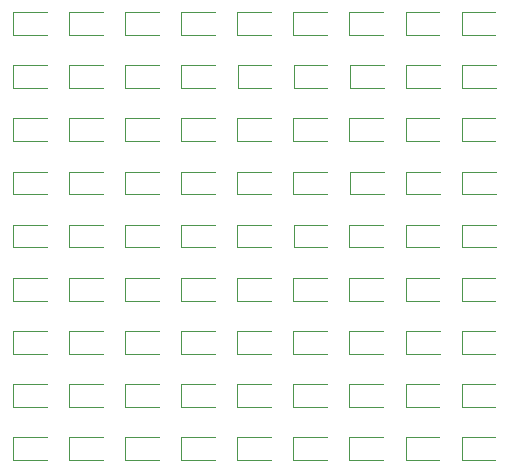
<source format=gbr>
%TF.GenerationSoftware,KiCad,Pcbnew,5.1.6*%
%TF.CreationDate,2020-08-20T19:30:15+02:00*%
%TF.ProjectId,UniBadge-9x9,556e6942-6164-4676-952d-3978392e6b69,rev?*%
%TF.SameCoordinates,Original*%
%TF.FileFunction,Legend,Top*%
%TF.FilePolarity,Positive*%
%FSLAX46Y46*%
G04 Gerber Fmt 4.6, Leading zero omitted, Abs format (unit mm)*
G04 Created by KiCad (PCBNEW 5.1.6) date 2020-08-20 19:30:15*
%MOMM*%
%LPD*%
G01*
G04 APERTURE LIST*
%ADD10C,0.120000*%
G04 APERTURE END LIST*
D10*
%TO.C,D15*%
X27665000Y-16210000D02*
X30525000Y-16210000D01*
X27665000Y-14290000D02*
X27665000Y-16210000D01*
X30525000Y-14290000D02*
X27665000Y-14290000D01*
%TO.C,D81*%
X41890000Y-47710000D02*
X44750000Y-47710000D01*
X41890000Y-45790000D02*
X41890000Y-47710000D01*
X44750000Y-45790000D02*
X41890000Y-45790000D01*
%TO.C,D80*%
X37140000Y-47710000D02*
X40000000Y-47710000D01*
X37140000Y-45790000D02*
X37140000Y-47710000D01*
X40000000Y-45790000D02*
X37140000Y-45790000D01*
%TO.C,D79*%
X32390000Y-47710000D02*
X35250000Y-47710000D01*
X32390000Y-45790000D02*
X32390000Y-47710000D01*
X35250000Y-45790000D02*
X32390000Y-45790000D01*
%TO.C,D78*%
X27640000Y-47710000D02*
X30500000Y-47710000D01*
X27640000Y-45790000D02*
X27640000Y-47710000D01*
X30500000Y-45790000D02*
X27640000Y-45790000D01*
%TO.C,D77*%
X22890000Y-47710000D02*
X25750000Y-47710000D01*
X22890000Y-45790000D02*
X22890000Y-47710000D01*
X25750000Y-45790000D02*
X22890000Y-45790000D01*
%TO.C,D76*%
X18140000Y-47710000D02*
X21000000Y-47710000D01*
X18140000Y-45790000D02*
X18140000Y-47710000D01*
X21000000Y-45790000D02*
X18140000Y-45790000D01*
%TO.C,D75*%
X13390000Y-47710000D02*
X16250000Y-47710000D01*
X13390000Y-45790000D02*
X13390000Y-47710000D01*
X16250000Y-45790000D02*
X13390000Y-45790000D01*
%TO.C,D74*%
X8640000Y-47710000D02*
X11500000Y-47710000D01*
X8640000Y-45790000D02*
X8640000Y-47710000D01*
X11500000Y-45790000D02*
X8640000Y-45790000D01*
%TO.C,D73*%
X3890000Y-47710000D02*
X6750000Y-47710000D01*
X3890000Y-45790000D02*
X3890000Y-47710000D01*
X6750000Y-45790000D02*
X3890000Y-45790000D01*
%TO.C,D72*%
X41890000Y-43210000D02*
X44750000Y-43210000D01*
X41890000Y-41290000D02*
X41890000Y-43210000D01*
X44750000Y-41290000D02*
X41890000Y-41290000D01*
%TO.C,D71*%
X37140000Y-43210000D02*
X40000000Y-43210000D01*
X37140000Y-41290000D02*
X37140000Y-43210000D01*
X40000000Y-41290000D02*
X37140000Y-41290000D01*
%TO.C,D70*%
X32390000Y-43210000D02*
X35250000Y-43210000D01*
X32390000Y-41290000D02*
X32390000Y-43210000D01*
X35250000Y-41290000D02*
X32390000Y-41290000D01*
%TO.C,D69*%
X27640000Y-43210000D02*
X30500000Y-43210000D01*
X27640000Y-41290000D02*
X27640000Y-43210000D01*
X30500000Y-41290000D02*
X27640000Y-41290000D01*
%TO.C,D68*%
X22890000Y-43210000D02*
X25750000Y-43210000D01*
X22890000Y-41290000D02*
X22890000Y-43210000D01*
X25750000Y-41290000D02*
X22890000Y-41290000D01*
%TO.C,D67*%
X18140000Y-43210000D02*
X21000000Y-43210000D01*
X18140000Y-41290000D02*
X18140000Y-43210000D01*
X21000000Y-41290000D02*
X18140000Y-41290000D01*
%TO.C,D66*%
X13390000Y-43210000D02*
X16250000Y-43210000D01*
X13390000Y-41290000D02*
X13390000Y-43210000D01*
X16250000Y-41290000D02*
X13390000Y-41290000D01*
%TO.C,D65*%
X8640000Y-43210000D02*
X11500000Y-43210000D01*
X8640000Y-41290000D02*
X8640000Y-43210000D01*
X11500000Y-41290000D02*
X8640000Y-41290000D01*
%TO.C,D64*%
X3890000Y-43210000D02*
X6750000Y-43210000D01*
X3890000Y-41290000D02*
X3890000Y-43210000D01*
X6750000Y-41290000D02*
X3890000Y-41290000D01*
%TO.C,D63*%
X41890000Y-38710000D02*
X44750000Y-38710000D01*
X41890000Y-36790000D02*
X41890000Y-38710000D01*
X44750000Y-36790000D02*
X41890000Y-36790000D01*
%TO.C,D62*%
X37165000Y-38710000D02*
X40025000Y-38710000D01*
X37165000Y-36790000D02*
X37165000Y-38710000D01*
X40025000Y-36790000D02*
X37165000Y-36790000D01*
%TO.C,D61*%
X32390000Y-38710000D02*
X35250000Y-38710000D01*
X32390000Y-36790000D02*
X32390000Y-38710000D01*
X35250000Y-36790000D02*
X32390000Y-36790000D01*
%TO.C,D60*%
X27640000Y-38710000D02*
X30500000Y-38710000D01*
X27640000Y-36790000D02*
X27640000Y-38710000D01*
X30500000Y-36790000D02*
X27640000Y-36790000D01*
%TO.C,D59*%
X22890000Y-38710000D02*
X25750000Y-38710000D01*
X22890000Y-36790000D02*
X22890000Y-38710000D01*
X25750000Y-36790000D02*
X22890000Y-36790000D01*
%TO.C,D58*%
X18140000Y-38710000D02*
X21000000Y-38710000D01*
X18140000Y-36790000D02*
X18140000Y-38710000D01*
X21000000Y-36790000D02*
X18140000Y-36790000D01*
%TO.C,D57*%
X13390000Y-38710000D02*
X16250000Y-38710000D01*
X13390000Y-36790000D02*
X13390000Y-38710000D01*
X16250000Y-36790000D02*
X13390000Y-36790000D01*
%TO.C,D56*%
X8640000Y-38710000D02*
X11500000Y-38710000D01*
X8640000Y-36790000D02*
X8640000Y-38710000D01*
X11500000Y-36790000D02*
X8640000Y-36790000D01*
%TO.C,D55*%
X3890000Y-38710000D02*
X6750000Y-38710000D01*
X3890000Y-36790000D02*
X3890000Y-38710000D01*
X6750000Y-36790000D02*
X3890000Y-36790000D01*
%TO.C,D54*%
X41890000Y-34210000D02*
X44750000Y-34210000D01*
X41890000Y-32290000D02*
X41890000Y-34210000D01*
X44750000Y-32290000D02*
X41890000Y-32290000D01*
%TO.C,D53*%
X37140000Y-34210000D02*
X40000000Y-34210000D01*
X37140000Y-32290000D02*
X37140000Y-34210000D01*
X40000000Y-32290000D02*
X37140000Y-32290000D01*
%TO.C,D52*%
X32390000Y-34210000D02*
X35250000Y-34210000D01*
X32390000Y-32290000D02*
X32390000Y-34210000D01*
X35250000Y-32290000D02*
X32390000Y-32290000D01*
%TO.C,D51*%
X27640000Y-34210000D02*
X30500000Y-34210000D01*
X27640000Y-32290000D02*
X27640000Y-34210000D01*
X30500000Y-32290000D02*
X27640000Y-32290000D01*
%TO.C,D50*%
X22890000Y-34210000D02*
X25750000Y-34210000D01*
X22890000Y-32290000D02*
X22890000Y-34210000D01*
X25750000Y-32290000D02*
X22890000Y-32290000D01*
%TO.C,D49*%
X18140000Y-34210000D02*
X21000000Y-34210000D01*
X18140000Y-32290000D02*
X18140000Y-34210000D01*
X21000000Y-32290000D02*
X18140000Y-32290000D01*
%TO.C,D48*%
X13390000Y-34210000D02*
X16250000Y-34210000D01*
X13390000Y-32290000D02*
X13390000Y-34210000D01*
X16250000Y-32290000D02*
X13390000Y-32290000D01*
%TO.C,D47*%
X8640000Y-34210000D02*
X11500000Y-34210000D01*
X8640000Y-32290000D02*
X8640000Y-34210000D01*
X11500000Y-32290000D02*
X8640000Y-32290000D01*
%TO.C,D46*%
X3890000Y-34210000D02*
X6750000Y-34210000D01*
X3890000Y-32290000D02*
X3890000Y-34210000D01*
X6750000Y-32290000D02*
X3890000Y-32290000D01*
%TO.C,D45*%
X41915000Y-29710000D02*
X44775000Y-29710000D01*
X41915000Y-27790000D02*
X41915000Y-29710000D01*
X44775000Y-27790000D02*
X41915000Y-27790000D01*
%TO.C,D44*%
X37140000Y-29710000D02*
X40000000Y-29710000D01*
X37140000Y-27790000D02*
X37140000Y-29710000D01*
X40000000Y-27790000D02*
X37140000Y-27790000D01*
%TO.C,D43*%
X32390000Y-29710000D02*
X35250000Y-29710000D01*
X32390000Y-27790000D02*
X32390000Y-29710000D01*
X35250000Y-27790000D02*
X32390000Y-27790000D01*
%TO.C,D42*%
X27665000Y-29710000D02*
X30525000Y-29710000D01*
X27665000Y-27790000D02*
X27665000Y-29710000D01*
X30525000Y-27790000D02*
X27665000Y-27790000D01*
%TO.C,D41*%
X22890000Y-29710000D02*
X25750000Y-29710000D01*
X22890000Y-27790000D02*
X22890000Y-29710000D01*
X25750000Y-27790000D02*
X22890000Y-27790000D01*
%TO.C,D40*%
X18165000Y-29710000D02*
X21025000Y-29710000D01*
X18165000Y-27790000D02*
X18165000Y-29710000D01*
X21025000Y-27790000D02*
X18165000Y-27790000D01*
%TO.C,D39*%
X13415000Y-29710000D02*
X16275000Y-29710000D01*
X13415000Y-27790000D02*
X13415000Y-29710000D01*
X16275000Y-27790000D02*
X13415000Y-27790000D01*
%TO.C,D38*%
X8635000Y-29710000D02*
X11495000Y-29710000D01*
X8635000Y-27790000D02*
X8635000Y-29710000D01*
X11495000Y-27790000D02*
X8635000Y-27790000D01*
%TO.C,D37*%
X3915000Y-29710000D02*
X6775000Y-29710000D01*
X3915000Y-27790000D02*
X3915000Y-29710000D01*
X6775000Y-27790000D02*
X3915000Y-27790000D01*
%TO.C,D36*%
X41915000Y-25210000D02*
X44775000Y-25210000D01*
X41915000Y-23290000D02*
X41915000Y-25210000D01*
X44775000Y-23290000D02*
X41915000Y-23290000D01*
%TO.C,D35*%
X37165000Y-25210000D02*
X40025000Y-25210000D01*
X37165000Y-23290000D02*
X37165000Y-25210000D01*
X40025000Y-23290000D02*
X37165000Y-23290000D01*
%TO.C,D34*%
X32415000Y-25210000D02*
X35275000Y-25210000D01*
X32415000Y-23290000D02*
X32415000Y-25210000D01*
X35275000Y-23290000D02*
X32415000Y-23290000D01*
%TO.C,D33*%
X27640000Y-25210000D02*
X30500000Y-25210000D01*
X27640000Y-23290000D02*
X27640000Y-25210000D01*
X30500000Y-23290000D02*
X27640000Y-23290000D01*
%TO.C,D32*%
X22890000Y-25210000D02*
X25750000Y-25210000D01*
X22890000Y-23290000D02*
X22890000Y-25210000D01*
X25750000Y-23290000D02*
X22890000Y-23290000D01*
%TO.C,D31*%
X18140000Y-25210000D02*
X21000000Y-25210000D01*
X18140000Y-23290000D02*
X18140000Y-25210000D01*
X21000000Y-23290000D02*
X18140000Y-23290000D01*
%TO.C,D30*%
X13390000Y-25210000D02*
X16250000Y-25210000D01*
X13390000Y-23290000D02*
X13390000Y-25210000D01*
X16250000Y-23290000D02*
X13390000Y-23290000D01*
%TO.C,D29*%
X8640000Y-25210000D02*
X11500000Y-25210000D01*
X8640000Y-23290000D02*
X8640000Y-25210000D01*
X11500000Y-23290000D02*
X8640000Y-23290000D01*
%TO.C,D28*%
X3890000Y-25210000D02*
X6750000Y-25210000D01*
X3890000Y-23290000D02*
X3890000Y-25210000D01*
X6750000Y-23290000D02*
X3890000Y-23290000D01*
%TO.C,D27*%
X41890000Y-20710000D02*
X44750000Y-20710000D01*
X41890000Y-18790000D02*
X41890000Y-20710000D01*
X44750000Y-18790000D02*
X41890000Y-18790000D01*
%TO.C,D26*%
X37140000Y-20710000D02*
X40000000Y-20710000D01*
X37140000Y-18790000D02*
X37140000Y-20710000D01*
X40000000Y-18790000D02*
X37140000Y-18790000D01*
%TO.C,D25*%
X32390000Y-20710000D02*
X35250000Y-20710000D01*
X32390000Y-18790000D02*
X32390000Y-20710000D01*
X35250000Y-18790000D02*
X32390000Y-18790000D01*
%TO.C,D24*%
X27640000Y-20710000D02*
X30500000Y-20710000D01*
X27640000Y-18790000D02*
X27640000Y-20710000D01*
X30500000Y-18790000D02*
X27640000Y-18790000D01*
%TO.C,D23*%
X22890000Y-20710000D02*
X25750000Y-20710000D01*
X22890000Y-18790000D02*
X22890000Y-20710000D01*
X25750000Y-18790000D02*
X22890000Y-18790000D01*
%TO.C,D22*%
X18140000Y-20710000D02*
X21000000Y-20710000D01*
X18140000Y-18790000D02*
X18140000Y-20710000D01*
X21000000Y-18790000D02*
X18140000Y-18790000D01*
%TO.C,D21*%
X13390000Y-20710000D02*
X16250000Y-20710000D01*
X13390000Y-18790000D02*
X13390000Y-20710000D01*
X16250000Y-18790000D02*
X13390000Y-18790000D01*
%TO.C,D20*%
X8640000Y-20710000D02*
X11500000Y-20710000D01*
X8640000Y-18790000D02*
X8640000Y-20710000D01*
X11500000Y-18790000D02*
X8640000Y-18790000D01*
%TO.C,D19*%
X3915000Y-20710000D02*
X6775000Y-20710000D01*
X3915000Y-18790000D02*
X3915000Y-20710000D01*
X6775000Y-18790000D02*
X3915000Y-18790000D01*
%TO.C,D18*%
X41915000Y-16210000D02*
X44775000Y-16210000D01*
X41915000Y-14290000D02*
X41915000Y-16210000D01*
X44775000Y-14290000D02*
X41915000Y-14290000D01*
%TO.C,D17*%
X37165000Y-16210000D02*
X40025000Y-16210000D01*
X37165000Y-14290000D02*
X37165000Y-16210000D01*
X40025000Y-14290000D02*
X37165000Y-14290000D01*
%TO.C,D16*%
X32415000Y-16210000D02*
X35275000Y-16210000D01*
X32415000Y-14290000D02*
X32415000Y-16210000D01*
X35275000Y-14290000D02*
X32415000Y-14290000D01*
%TO.C,D14*%
X22915000Y-16210000D02*
X25775000Y-16210000D01*
X22915000Y-14290000D02*
X22915000Y-16210000D01*
X25775000Y-14290000D02*
X22915000Y-14290000D01*
%TO.C,D13*%
X18165000Y-16210000D02*
X21025000Y-16210000D01*
X18165000Y-14290000D02*
X18165000Y-16210000D01*
X21025000Y-14290000D02*
X18165000Y-14290000D01*
%TO.C,D12*%
X13415000Y-16210000D02*
X16275000Y-16210000D01*
X13415000Y-14290000D02*
X13415000Y-16210000D01*
X16275000Y-14290000D02*
X13415000Y-14290000D01*
%TO.C,D11*%
X8640000Y-16210000D02*
X11500000Y-16210000D01*
X8640000Y-14290000D02*
X8640000Y-16210000D01*
X11500000Y-14290000D02*
X8640000Y-14290000D01*
%TO.C,D10*%
X3915000Y-16210000D02*
X6775000Y-16210000D01*
X3915000Y-14290000D02*
X3915000Y-16210000D01*
X6775000Y-14290000D02*
X3915000Y-14290000D01*
%TO.C,D9*%
X41890000Y-11710000D02*
X44750000Y-11710000D01*
X41890000Y-9790000D02*
X41890000Y-11710000D01*
X44750000Y-9790000D02*
X41890000Y-9790000D01*
%TO.C,D8*%
X37140000Y-11710000D02*
X40000000Y-11710000D01*
X37140000Y-9790000D02*
X37140000Y-11710000D01*
X40000000Y-9790000D02*
X37140000Y-9790000D01*
%TO.C,D7*%
X32390000Y-11710000D02*
X35250000Y-11710000D01*
X32390000Y-9790000D02*
X32390000Y-11710000D01*
X35250000Y-9790000D02*
X32390000Y-9790000D01*
%TO.C,D6*%
X27640000Y-11710000D02*
X30500000Y-11710000D01*
X27640000Y-9790000D02*
X27640000Y-11710000D01*
X30500000Y-9790000D02*
X27640000Y-9790000D01*
%TO.C,D5*%
X22890000Y-11710000D02*
X25750000Y-11710000D01*
X22890000Y-9790000D02*
X22890000Y-11710000D01*
X25750000Y-9790000D02*
X22890000Y-9790000D01*
%TO.C,D4*%
X18140000Y-11710000D02*
X21000000Y-11710000D01*
X18140000Y-9790000D02*
X18140000Y-11710000D01*
X21000000Y-9790000D02*
X18140000Y-9790000D01*
%TO.C,D3*%
X13390000Y-11710000D02*
X16250000Y-11710000D01*
X13390000Y-9790000D02*
X13390000Y-11710000D01*
X16250000Y-9790000D02*
X13390000Y-9790000D01*
%TO.C,D2*%
X8640000Y-11710000D02*
X11500000Y-11710000D01*
X8640000Y-9790000D02*
X8640000Y-11710000D01*
X11500000Y-9790000D02*
X8640000Y-9790000D01*
%TO.C,D1*%
X3890000Y-11710000D02*
X6750000Y-11710000D01*
X3890000Y-9790000D02*
X3890000Y-11710000D01*
X6750000Y-9790000D02*
X3890000Y-9790000D01*
%TD*%
M02*

</source>
